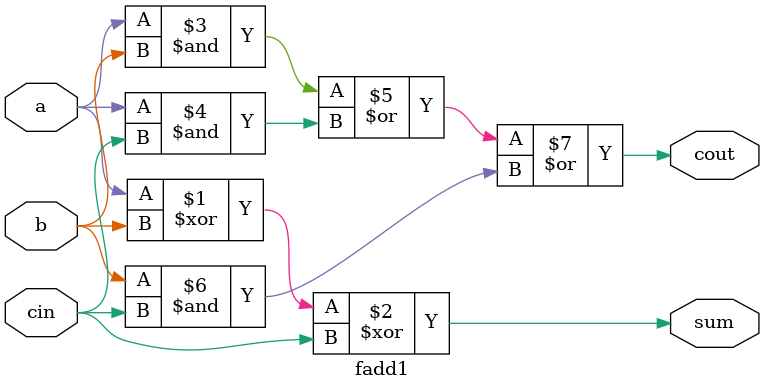
<source format=v>
module top_module (
    input [3:0] x,
    input [3:0] y, 
    output [4:0] sum);

    wire [3:0]w;
    genvar i;
    generate
        for(i = 0; i < 4; i = i + 1) begin: fadd1
            fadd1 fadd1(x[i], y[i], i ? w[i-1] : 1'b0, sum[i], w[i]);
        end
    endgenerate
    assign sum[4] = w[3];
     
endmodule

module fadd1 (
    input a, b, cin,
    output sum, cout
);
    assign sum = a ^ b ^ cin;
    assign cout = a&b | a&cin | b&cin;
    
endmodule

</source>
